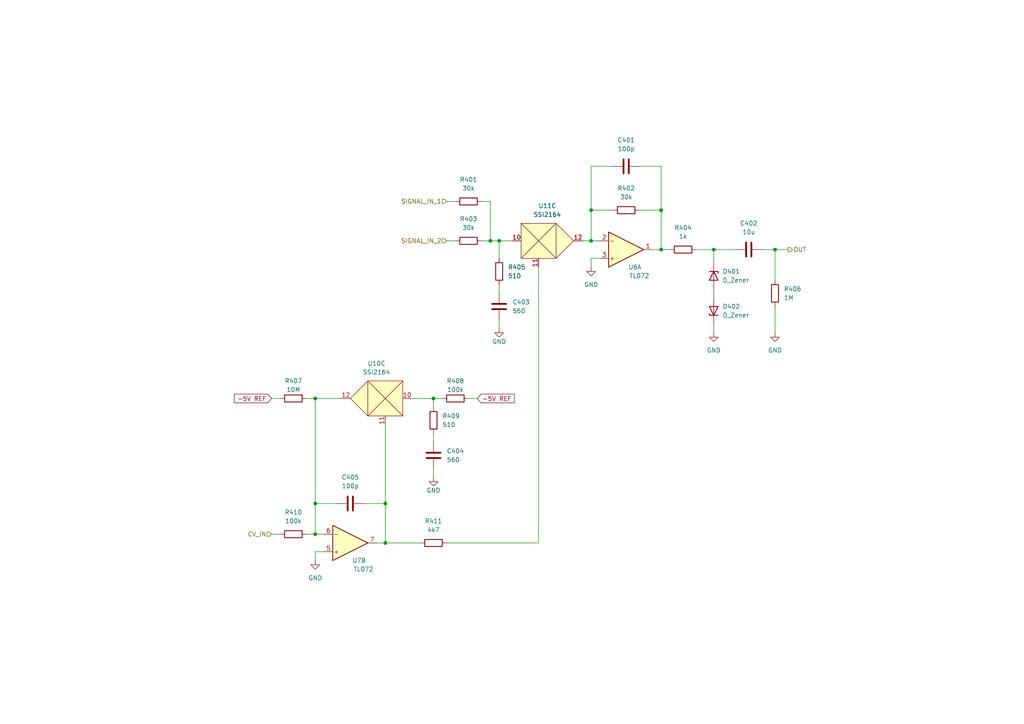
<source format=kicad_sch>
(kicad_sch (version 20211123) (generator eeschema)
  (paper "A4")
  (title_block (title "Josh Ox Ribbon Synth VCF/VCA board") (date "2022-06-16") (rev "0") (comment 1 "creativecommons.org/licenses/by/4.0/") (comment 2 "License: CC by 4.0") (comment 3 "Author: Jordan Aceto"))
  (lib_symbols
    (symbol "Amplifier_Operational:TL072" (pin_names (offset 0.127))
      (property "Reference" "U" (at 0 5.08 0))
      (property "Value" "TL072" (at 0 -5.08 0))
      (symbol "TL072_1_1"
        (polyline (pts (xy -5.08 5.08) (xy 5.08 0) (xy -5.08 -5.08) (xy -5.08 5.08)) (stroke (width 0.254)) (fill (type background)))
        (pin output line (at 7.62 0 180) (length 2.54) (name "~") (number "1"))
        (pin input line (at -7.62 -2.54 0) (length 2.54) (name "-") (number "2"))
        (pin input line (at -7.62 2.54 0) (length 2.54) (name "+") (number "3"))
      )
      (symbol "TL072_2_1"
        (polyline (pts (xy -5.08 5.08) (xy 5.08 0) (xy -5.08 -5.08) (xy -5.08 5.08)) (stroke (width 0.254)) (fill (type background)))
        (pin input line (at -7.62 2.54 0) (length 2.54) (name "+") (number "5"))
        (pin input line (at -7.62 -2.54 0) (length 2.54) (name "-") (number "6"))
        (pin output line (at 7.62 0 180) (length 2.54) (name "~") (number "7"))
      )
      (symbol "TL072_3_1"
        (pin power_in line (at -2.54 -7.62 90) (length 3.81) (name "V-") (number "4"))
        (pin power_in line (at -2.54 7.62 270) (length 3.81) (name "V+") (number "8"))
      )
    )
    (symbol "Device:C" (pin_numbers hide) (pin_names (offset 0.254))
      (property "Reference" "C" (at 0.635 2.54 0))
      (property "Value" "C" (at 0.635 -2.54 0))
      (symbol "C_0_1"
        (polyline (pts (xy -2.032 -0.762) (xy 2.032 -0.762)) (stroke (width 0.508)))
        (polyline (pts (xy -2.032 0.762) (xy 2.032 0.762)) (stroke (width 0.508)))
      )
      (symbol "C_1_1"
        (pin passive line (at 0 3.81 270) (length 2.794) (name "~") (number "1"))
        (pin passive line (at 0 -3.81 90) (length 2.794) (name "~") (number "2"))
      )
    )
    (symbol "Device:D_Zener" (pin_numbers hide) (pin_names (offset 1.016) hide)
      (property "Reference" "D" (at 0 2.54 0))
      (property "Value" "D_Zener" (at 0 -2.54 0))
      (symbol "D_Zener_0_1"
        (polyline (pts (xy 1.27 0) (xy -1.27 0)))
        (polyline (pts (xy -1.27 -1.27) (xy -1.27 1.27) (xy -0.762 1.27)) (stroke (width 0.254)))
        (polyline (pts (xy 1.27 -1.27) (xy 1.27 1.27) (xy -1.27 0) (xy 1.27 -1.27)) (stroke (width 0.254)))
      )
      (symbol "D_Zener_1_1"
        (pin passive line (at -3.81 0 0) (length 2.54) (name "K") (number "1"))
        (pin passive line (at 3.81 0 180) (length 2.54) (name "A") (number "2"))
      )
    )
    (symbol "Device:R" (pin_numbers hide) (pin_names (offset 0))
      (property "Reference" "R" (at 2.032 0 90))
      (property "Value" "R" (at 0 0 90))
      (symbol "R_0_1"
        (rectangle (start -1.016 -2.54) (end 1.016 2.54) (stroke (width 0.254)))
      )
      (symbol "R_1_1"
        (pin passive line (at 0 3.81 270) (length 1.27) (name "~") (number "1"))
        (pin passive line (at 0 -3.81 90) (length 1.27) (name "~") (number "2"))
      )
    )
    (symbol "custom_symbols:SSI2164" (pin_names (offset 1.016))
      (property "Reference" "U?" (at 0 10.16 0))
      (property "Value" "SSI2164" (at 0 7.62 0))
      (symbol "SSI2164_1_1"
        (rectangle (start -5.08 5.08) (end 5.08 -5.08) (fill (type background)))
        (polyline (pts (xy 5.08 5.08) (xy -5.08 -5.08)))
        (polyline (pts (xy 5.08 5.08) (xy 10.16 0) (xy 5.08 -5.08) (xy -5.08 5.08)) (fill (type background)))
        (pin input line (at -7.62 0 0) (length 2.54) (name "~") (number "2"))
        (pin input line (at 0 -7.62 90) (length 2.54) (name "~") (number "3"))
        (pin output line (at 12.7 0 180) (length 2.54) (name "~") (number "4"))
      )
      (symbol "SSI2164_2_1"
        (rectangle (start -5.08 5.08) (end 5.08 -5.08) (fill (type background)))
        (polyline (pts (xy 5.08 5.08) (xy -5.08 -5.08)))
        (polyline (pts (xy 5.08 5.08) (xy 10.16 0) (xy 5.08 -5.08) (xy -5.08 5.08)) (fill (type background)))
        (pin output line (at 12.7 0 180) (length 2.54) (name "~") (number "5"))
        (pin input line (at 0 -7.62 90) (length 2.54) (name "~") (number "6"))
        (pin input line (at -7.62 0 0) (length 2.54) (name "~") (number "7"))
      )
      (symbol "SSI2164_3_1"
        (rectangle (start -5.08 5.08) (end 5.08 -5.08) (fill (type background)))
        (polyline (pts (xy 5.08 5.08) (xy -5.08 -5.08)))
        (polyline (pts (xy 5.08 5.08) (xy 10.16 0) (xy 5.08 -5.08) (xy -5.08 5.08)) (fill (type background)))
        (pin input line (at -7.62 0 0) (length 2.54) (name "~") (number "10"))
        (pin input line (at 0 -7.62 90) (length 2.54) (name "~") (number "11"))
        (pin output line (at 12.7 0 180) (length 2.54) (name "~") (number "12"))
      )
      (symbol "SSI2164_4_1"
        (rectangle (start -5.08 5.08) (end 5.08 -5.08) (fill (type background)))
        (polyline (pts (xy 5.08 5.08) (xy -5.08 -5.08)))
        (polyline (pts (xy 5.08 5.08) (xy 10.16 0) (xy 5.08 -5.08) (xy -5.08 5.08)) (fill (type background)))
        (pin output line (at 12.7 0 180) (length 2.54) (name "~") (number "13"))
        (pin input line (at 0 -7.62 90) (length 2.54) (name "~") (number "14"))
        (pin input line (at -7.62 0 0) (length 2.54) (name "~") (number "15"))
      )
      (symbol "SSI2164_5_1"
        (pin input line (at 2.54 -10.16 180) (length 2.54) (name "mode") (number "1"))
        (pin power_in line (at 2.54 5.08 180) (length 2.54) (name "V+") (number "16"))
        (pin power_in line (at 2.54 0 180) (length 2.54) (name "gnd") (number "8"))
        (pin power_in line (at 2.54 -5.08 180) (length 2.54) (name "V-") (number "9"))
      )
    )
    (symbol "power:GND" (power) (pin_names (offset 0))
      (property "Value" "GND" (at 0 -3.81 0))
      (symbol "GND_0_1"
        (polyline (pts (xy 0 0) (xy 0 -1.27) (xy 1.27 -1.27) (xy 0 -2.54) (xy -1.27 -1.27) (xy 0 -1.27)))
      )
      (symbol "GND_1_1"
        (pin power_in line (at 0 0 270) (length 0) hide (name "GND") (number "1"))
      )
    )
  )
  (junction (at 171.45 69.85))
  (junction (at 111.76 146.05))
  (junction (at 207.01 72.39))
  (junction (at 191.77 72.39))
  (junction (at 144.78 69.85))
  (junction (at 91.44 146.05))
  (junction (at 171.45 60.96))
  (junction (at 125.73 115.57))
  (junction (at 91.44 154.94))
  (junction (at 224.79 72.39))
  (junction (at 111.76 157.48))
  (junction (at 142.24 69.85))
  (junction (at 91.44 115.57))
  (junction (at 191.77 60.96))
  (wire (pts (xy 91.44 146.05) (xy 91.44 115.57)))
  (wire (pts (xy 173.99 69.85) (xy 171.45 69.85)))
  (wire (pts (xy 171.45 69.85) (xy 171.45 60.96)))
  (wire (pts (xy 191.77 72.39) (xy 191.77 60.96)))
  (wire (pts (xy 91.44 162.56) (xy 91.44 160.02)))
  (wire (pts (xy 125.73 115.57) (xy 119.38 115.57)))
  (wire (pts (xy 91.44 160.02) (xy 93.98 160.02)))
  (wire (pts (xy 91.44 115.57) (xy 99.06 115.57)))
  (wire (pts (xy 91.44 154.94) (xy 91.44 146.05)))
  (wire (pts (xy 144.78 69.85) (xy 148.59 69.85)))
  (wire (pts (xy 207.01 72.39) (xy 213.36 72.39)))
  (wire (pts (xy 138.43 115.57) (xy 135.89 115.57)))
  (wire (pts (xy 125.73 135.89) (xy 125.73 138.43)))
  (wire (pts (xy 201.93 72.39) (xy 207.01 72.39)))
  (wire (pts (xy 156.21 77.47) (xy 156.21 157.48)))
  (wire (pts (xy 139.7 69.85) (xy 142.24 69.85)))
  (wire (pts (xy 171.45 77.47) (xy 171.45 74.93)))
  (wire (pts (xy 88.9 115.57) (xy 91.44 115.57)))
  (wire (pts (xy 224.79 72.39) (xy 228.6 72.39)))
  (wire (pts (xy 144.78 69.85) (xy 144.78 74.93)))
  (wire (pts (xy 144.78 92.71) (xy 144.78 95.25)))
  (wire (pts (xy 144.78 82.55) (xy 144.78 85.09)))
  (wire (pts (xy 156.21 157.48) (xy 129.54 157.48)))
  (wire (pts (xy 111.76 157.48) (xy 111.76 146.05)))
  (wire (pts (xy 91.44 146.05) (xy 97.79 146.05)))
  (wire (pts (xy 111.76 146.05) (xy 105.41 146.05)))
  (wire (pts (xy 171.45 48.26) (xy 171.45 60.96)))
  (wire (pts (xy 191.77 72.39) (xy 194.31 72.39)))
  (wire (pts (xy 139.7 58.42) (xy 142.24 58.42)))
  (wire (pts (xy 125.73 115.57) (xy 128.27 115.57)))
  (wire (pts (xy 177.8 48.26) (xy 171.45 48.26)))
  (wire (pts (xy 93.98 154.94) (xy 91.44 154.94)))
  (wire (pts (xy 224.79 72.39) (xy 224.79 81.28)))
  (wire (pts (xy 142.24 58.42) (xy 142.24 69.85)))
  (wire (pts (xy 224.79 88.9) (xy 224.79 96.52)))
  (wire (pts (xy 78.74 154.94) (xy 81.28 154.94)))
  (wire (pts (xy 78.74 115.57) (xy 81.28 115.57)))
  (wire (pts (xy 185.42 48.26) (xy 191.77 48.26)))
  (wire (pts (xy 111.76 123.19) (xy 111.76 146.05)))
  (wire (pts (xy 125.73 125.73) (xy 125.73 128.27)))
  (wire (pts (xy 125.73 118.11) (xy 125.73 115.57)))
  (wire (pts (xy 88.9 154.94) (xy 91.44 154.94)))
  (wire (pts (xy 220.98 72.39) (xy 224.79 72.39)))
  (wire (pts (xy 111.76 157.48) (xy 121.92 157.48)))
  (wire (pts (xy 207.01 93.98) (xy 207.01 96.52)))
  (wire (pts (xy 142.24 69.85) (xy 144.78 69.85)))
  (wire (pts (xy 191.77 48.26) (xy 191.77 60.96)))
  (wire (pts (xy 129.54 69.85) (xy 132.08 69.85)))
  (wire (pts (xy 171.45 74.93) (xy 173.99 74.93)))
  (wire (pts (xy 109.22 157.48) (xy 111.76 157.48)))
  (wire (pts (xy 171.45 60.96) (xy 177.8 60.96)))
  (wire (pts (xy 191.77 60.96) (xy 185.42 60.96)))
  (wire (pts (xy 189.23 72.39) (xy 191.77 72.39)))
  (wire (pts (xy 207.01 72.39) (xy 207.01 76.2)))
  (wire (pts (xy 168.91 69.85) (xy 171.45 69.85)))
  (wire (pts (xy 129.54 58.42) (xy 132.08 58.42)))
  (wire (pts (xy 207.01 83.82) (xy 207.01 86.36)))
  (global_label "-5V REF" (shape input) (at 138.43 115.57 0) (property "Intersheet References" "${INTERSHEET_REFS}" (effects hide)))
  (global_label "-5V REF" (shape input) (at 78.74 115.57 180) (property "Intersheet References" "${INTERSHEET_REFS}" (effects hide)))
  (hierarchical_label "SIGNAL_IN_1" (shape input) (at 129.54 58.42 180))
  (hierarchical_label "CV_IN" (shape input) (at 78.74 154.94 180))
  (hierarchical_label "OUT" (shape output) (at 228.6 72.39 0))
  (hierarchical_label "SIGNAL_IN_2" (shape input) (at 129.54 69.85 180))
  (symbol (lib_id "Device:R") (at 135.89 69.85 90) (unit 1)
    (property "Reference" "R403" (at 135.89 63.5 90))
    (property "Value" "30k" (at 135.89 66.04 90))
    (property "Footprint" "Resistor_SMD:R_0805_2012Metric" (effects hide))
  )
  (symbol (lib_id "Amplifier_Operational:TL072") (at 181.61 72.39 0) (mirror x) (unit 1)
    (property "Reference" "U6" (at 184.15 77.47 0))
    (property "Value" "TL072" (at 185.42 80.01 0))
    (property "Footprint" "Package_SO:SO-8_5.3x6.2mm_P1.27mm" (effects hide))
    (property "Datasheet" "http://www.ti.com/lit/ds/symlink/tl071.pdf" (effects hide))
  )
  (symbol (lib_id "Device:C") (at 125.73 132.08 0) (mirror y) (unit 1)
    (property "Reference" "C404" (at 129.54 130.8099 0) (effects (justify right)))
    (property "Value" "560" (at 129.54 133.3499 0) (effects (justify right)))
    (property "Footprint" "Capacitor_SMD:C_0805_2012Metric" (effects hide))
  )
  (symbol (lib_id "Device:R") (at 85.09 115.57 90) (unit 1)
    (property "Reference" "R407" (at 85.09 110.49 90))
    (property "Value" "10M" (at 85.09 113.03 90))
    (property "Footprint" "Resistor_SMD:R_0805_2012Metric" (effects hide))
  )
  (symbol (lib_id "power:GND") (at 224.79 96.52 0) (unit 1)
    (property "Reference" "#PWR0604" (effects hide))
    (property "Value" "GND" (at 224.79 101.6 0))
  )
  (symbol (lib_id "Device:C") (at 181.61 48.26 90) (unit 1)
    (property "Reference" "C401" (at 181.61 40.64 90))
    (property "Value" "100p" (at 181.61 43.18 90))
    (property "Footprint" "Capacitor_SMD:C_0805_2012Metric" (effects hide))
  )
  (symbol (lib_id "custom_symbols:SSI2164") (at 111.76 115.57 0) (mirror y) (unit 3)
    (property "Reference" "U10" (at 109.22 105.41 0))
    (property "Value" "SSI2164" (at 109.22 107.95 0))
    (property "Footprint" "Package_SO:SOIC-16_3.9x9.9mm_P1.27mm" (effects hide))
    (property "Datasheet" "https://www.soundsemiconductor.com/downloads/ssi2164datasheet.pdf" (effects hide))
  )
  (symbol (lib_id "Device:C") (at 101.6 146.05 90) (unit 1)
    (property "Reference" "C405" (at 101.6 138.43 90))
    (property "Value" "100p" (at 101.6 140.97 90))
    (property "Footprint" "Capacitor_SMD:C_0805_2012Metric" (effects hide))
  )
  (symbol (lib_id "Device:R") (at 144.78 78.74 0) (mirror y) (unit 1)
    (property "Reference" "R405" (at 147.32 77.4699 0) (effects (justify right)))
    (property "Value" "510" (at 147.32 80.0099 0) (effects (justify right)))
    (property "Footprint" "Resistor_SMD:R_0805_2012Metric" (effects hide))
  )
  (symbol (lib_id "power:GND") (at 207.01 96.52 0) (unit 1)
    (property "Reference" "#PWR0603" (effects hide))
    (property "Value" "GND" (at 207.01 101.6 0))
  )
  (symbol (lib_id "Device:R") (at 181.61 60.96 90) (unit 1)
    (property "Reference" "R402" (at 181.61 54.61 90))
    (property "Value" "30k" (at 181.61 57.15 90))
    (property "Footprint" "Resistor_SMD:R_0805_2012Metric" (effects hide))
  )
  (symbol (lib_id "Device:R") (at 125.73 121.92 0) (mirror y) (unit 1)
    (property "Reference" "R409" (at 128.27 120.6499 0) (effects (justify right)))
    (property "Value" "510" (at 128.27 123.1899 0) (effects (justify right)))
    (property "Footprint" "Resistor_SMD:R_0805_2012Metric" (effects hide))
  )
  (symbol (lib_id "power:GND") (at 171.45 77.47 0) (unit 1)
    (property "Reference" "#PWR0601" (effects hide))
    (property "Value" "GND" (at 171.45 82.55 0))
  )
  (symbol (lib_id "Device:R") (at 125.73 157.48 90) (unit 1)
    (property "Reference" "R411" (at 125.73 151.13 90))
    (property "Value" "4k7" (at 125.73 153.67 90))
    (property "Footprint" "Resistor_SMD:R_0805_2012Metric" (effects hide))
  )
  (symbol (lib_id "Device:R") (at 198.12 72.39 90) (unit 1)
    (property "Reference" "R404" (at 198.12 66.04 90))
    (property "Value" "1k" (at 198.12 68.58 90))
    (property "Footprint" "Resistor_SMD:R_0805_2012Metric" (effects hide))
  )
  (symbol (lib_id "power:GND") (at 144.78 95.25 0) (mirror y) (unit 1)
    (property "Reference" "#PWR0602" (effects hide))
    (property "Value" "~" (at 144.78 99.06 0))
  )
  (symbol (lib_id "Device:R") (at 224.79 85.09 0) (unit 1)
    (property "Reference" "R406" (at 227.33 83.8199 0) (effects (justify left)))
    (property "Value" "1M" (at 227.33 86.3599 0) (effects (justify left)))
    (property "Footprint" "Resistor_SMD:R_0805_2012Metric" (effects hide))
  )
  (symbol (lib_id "Device:R") (at 132.08 115.57 270) (mirror x) (unit 1)
    (property "Reference" "R408" (at 132.08 110.49 90))
    (property "Value" "100k" (at 132.08 113.03 90))
    (property "Footprint" "Resistor_SMD:R_0805_2012Metric" (effects hide))
  )
  (symbol (lib_id "Device:R") (at 85.09 154.94 90) (unit 1)
    (property "Reference" "R410" (at 85.09 148.59 90))
    (property "Value" "100k" (at 85.09 151.13 90))
    (property "Footprint" "Resistor_SMD:R_0805_2012Metric" (effects hide))
  )
  (symbol (lib_id "power:GND") (at 125.73 138.43 0) (mirror y) (unit 1)
    (property "Reference" "#PWR0605" (effects hide))
    (property "Value" "~" (at 125.73 142.24 0))
  )
  (symbol (lib_id "Device:C") (at 217.17 72.39 90) (unit 1)
    (property "Reference" "C402" (at 217.17 64.77 90))
    (property "Value" "10u" (at 217.17 67.31 90))
    (property "Footprint" "Capacitor_THT:C_Radial_D6.3mm_H5.0mm_P2.50mm" (effects hide))
  )
  (symbol (lib_id "Device:R") (at 135.89 58.42 90) (unit 1)
    (property "Reference" "R401" (at 135.89 52.07 90))
    (property "Value" "30k" (at 135.89 54.61 90))
    (property "Footprint" "Resistor_SMD:R_0805_2012Metric" (effects hide))
  )
  (symbol (lib_id "custom_symbols:SSI2164") (at 156.21 69.85 0) (unit 3)
    (property "Reference" "U11" (at 158.75 59.69 0))
    (property "Value" "SSI2164" (at 158.75 62.23 0))
    (property "Footprint" "Package_SO:SOIC-16_3.9x9.9mm_P1.27mm" (effects hide))
    (property "Datasheet" "https://www.soundsemiconductor.com/downloads/ssi2164datasheet.pdf" (effects hide))
  )
  (symbol (lib_id "Amplifier_Operational:TL072") (at 101.6 157.48 0) (mirror x) (unit 2)
    (property "Reference" "U7" (at 104.14 162.56 0))
    (property "Value" "TL072" (at 105.41 165.1 0))
    (property "Footprint" "Package_SO:SO-8_5.3x6.2mm_P1.27mm" (effects hide))
    (property "Datasheet" "http://www.ti.com/lit/ds/symlink/tl071.pdf" (effects hide))
  )
  (symbol (lib_id "Device:C") (at 144.78 88.9 0) (mirror y) (unit 1)
    (property "Reference" "C403" (at 148.59 87.6299 0) (effects (justify right)))
    (property "Value" "560" (at 148.59 90.1699 0) (effects (justify right)))
    (property "Footprint" "Capacitor_SMD:C_0805_2012Metric" (effects hide))
  )
  (symbol (lib_id "Device:D_Zener") (at 207.01 90.17 90) (unit 1)
    (property "Reference" "D402" (at 209.55 88.8999 90) (effects (justify right)))
    (property "Value" "D_Zener" (at 209.55 91.4399 90) (effects (justify right)))
    (property "Footprint" "Diode_SMD:D_SOD-123" (effects hide))
  )
  (symbol (lib_id "Device:D_Zener") (at 207.01 80.01 270) (unit 1)
    (property "Reference" "D401" (at 209.55 78.7399 90) (effects (justify left)))
    (property "Value" "D_Zener" (at 209.55 81.2799 90) (effects (justify left)))
    (property "Footprint" "Diode_SMD:D_SOD-123" (effects hide))
  )
  (symbol (lib_id "power:GND") (at 91.44 162.56 0) (unit 1)
    (property "Reference" "#PWR0606" (effects hide))
    (property "Value" "GND" (at 91.44 167.64 0))
  )
)
</source>
